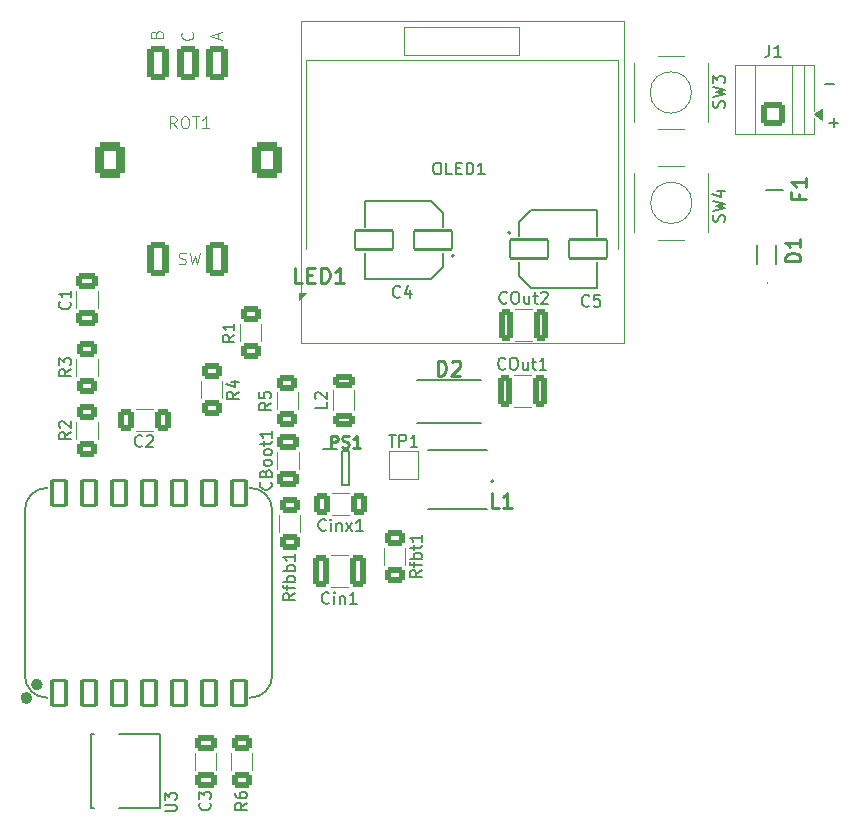
<source format=gbr>
%TF.GenerationSoftware,KiCad,Pcbnew,9.0.6*%
%TF.CreationDate,2026-01-26T20:42:43+01:00*%
%TF.ProjectId,hw,68772e6b-6963-4616-945f-706362585858,rev?*%
%TF.SameCoordinates,Original*%
%TF.FileFunction,Legend,Top*%
%TF.FilePolarity,Positive*%
%FSLAX46Y46*%
G04 Gerber Fmt 4.6, Leading zero omitted, Abs format (unit mm)*
G04 Created by KiCad (PCBNEW 9.0.6) date 2026-01-26 20:42:43*
%MOMM*%
%LPD*%
G01*
G04 APERTURE LIST*
G04 Aperture macros list*
%AMRoundRect*
0 Rectangle with rounded corners*
0 $1 Rounding radius*
0 $2 $3 $4 $5 $6 $7 $8 $9 X,Y pos of 4 corners*
0 Add a 4 corners polygon primitive as box body*
4,1,4,$2,$3,$4,$5,$6,$7,$8,$9,$2,$3,0*
0 Add four circle primitives for the rounded corners*
1,1,$1+$1,$2,$3*
1,1,$1+$1,$4,$5*
1,1,$1+$1,$6,$7*
1,1,$1+$1,$8,$9*
0 Add four rect primitives between the rounded corners*
20,1,$1+$1,$2,$3,$4,$5,0*
20,1,$1+$1,$4,$5,$6,$7,0*
20,1,$1+$1,$6,$7,$8,$9,0*
20,1,$1+$1,$8,$9,$2,$3,0*%
G04 Aperture macros list end*
%ADD10C,0.150000*%
%ADD11C,0.250000*%
%ADD12C,0.254000*%
%ADD13C,0.100000*%
%ADD14C,0.127000*%
%ADD15C,0.200000*%
%ADD16C,0.120000*%
%ADD17C,0.504000*%
%ADD18C,0.152400*%
%ADD19RoundRect,0.102000X-1.600000X-0.800000X1.600000X-0.800000X1.600000X0.800000X-1.600000X0.800000X0*%
%ADD20R,1.200000X0.600000*%
%ADD21RoundRect,0.250000X-0.625000X0.400000X-0.625000X-0.400000X0.625000X-0.400000X0.625000X0.400000X0*%
%ADD22RoundRect,0.250000X0.650000X-0.412500X0.650000X0.412500X-0.650000X0.412500X-0.650000X-0.412500X0*%
%ADD23RoundRect,0.250000X0.412500X0.650000X-0.412500X0.650000X-0.412500X-0.650000X0.412500X-0.650000X0*%
%ADD24RoundRect,0.250000X0.412500X1.100000X-0.412500X1.100000X-0.412500X-1.100000X0.412500X-1.100000X0*%
%ADD25RoundRect,0.250000X0.625000X-0.400000X0.625000X0.400000X-0.625000X0.400000X-0.625000X-0.400000X0*%
%ADD26RoundRect,0.152400X-0.609600X1.063600X-0.609600X-1.063600X0.609600X-1.063600X0.609600X1.063600X0*%
%ADD27RoundRect,0.152400X0.609600X-1.063600X0.609600X1.063600X-0.609600X1.063600X-0.609600X-1.063600X0*%
%ADD28C,1.700000*%
%ADD29R,1.500000X4.000000*%
%ADD30RoundRect,0.250000X0.750000X-0.750000X0.750000X0.750000X-0.750000X0.750000X-0.750000X-0.750000X0*%
%ADD31C,2.000000*%
%ADD32RoundRect,0.250000X0.700000X-0.362500X0.700000X0.362500X-0.700000X0.362500X-0.700000X-0.362500X0*%
%ADD33C,1.473200*%
%ADD34RoundRect,0.250000X-0.325000X-1.100000X0.325000X-1.100000X0.325000X1.100000X-0.325000X1.100000X0*%
%ADD35O,1.600000X2.000000*%
%ADD36R,1.200000X0.850000*%
%ADD37RoundRect,0.102000X1.600000X0.800000X-1.600000X0.800000X-1.600000X-0.800000X1.600000X-0.800000X0*%
%ADD38R,2.000000X2.000000*%
%ADD39C,2.300000*%
%ADD40R,1.700000X0.750000*%
%ADD41RoundRect,0.270000X-0.630000X-1.180000X0.630000X-1.180000X0.630000X1.180000X-0.630000X1.180000X0*%
%ADD42RoundRect,0.375000X-0.875000X-1.125000X0.875000X-1.125000X0.875000X1.125000X-0.875000X1.125000X0*%
%ADD43R,2.200000X2.150000*%
%ADD44R,1.820000X1.160000*%
G04 APERTURE END LIST*
D10*
X185502779Y-60702866D02*
X186264684Y-60702866D01*
X185883779Y-64004866D02*
X186645684Y-64004866D01*
X186264731Y-64385819D02*
X186264731Y-63623914D01*
X165568333Y-79480580D02*
X165520714Y-79528200D01*
X165520714Y-79528200D02*
X165377857Y-79575819D01*
X165377857Y-79575819D02*
X165282619Y-79575819D01*
X165282619Y-79575819D02*
X165139762Y-79528200D01*
X165139762Y-79528200D02*
X165044524Y-79432961D01*
X165044524Y-79432961D02*
X164996905Y-79337723D01*
X164996905Y-79337723D02*
X164949286Y-79147247D01*
X164949286Y-79147247D02*
X164949286Y-79004390D01*
X164949286Y-79004390D02*
X164996905Y-78813914D01*
X164996905Y-78813914D02*
X165044524Y-78718676D01*
X165044524Y-78718676D02*
X165139762Y-78623438D01*
X165139762Y-78623438D02*
X165282619Y-78575819D01*
X165282619Y-78575819D02*
X165377857Y-78575819D01*
X165377857Y-78575819D02*
X165520714Y-78623438D01*
X165520714Y-78623438D02*
X165568333Y-78671057D01*
X166473095Y-78575819D02*
X165996905Y-78575819D01*
X165996905Y-78575819D02*
X165949286Y-79052009D01*
X165949286Y-79052009D02*
X165996905Y-79004390D01*
X165996905Y-79004390D02*
X166092143Y-78956771D01*
X166092143Y-78956771D02*
X166330238Y-78956771D01*
X166330238Y-78956771D02*
X166425476Y-79004390D01*
X166425476Y-79004390D02*
X166473095Y-79052009D01*
X166473095Y-79052009D02*
X166520714Y-79147247D01*
X166520714Y-79147247D02*
X166520714Y-79385342D01*
X166520714Y-79385342D02*
X166473095Y-79480580D01*
X166473095Y-79480580D02*
X166425476Y-79528200D01*
X166425476Y-79528200D02*
X166330238Y-79575819D01*
X166330238Y-79575819D02*
X166092143Y-79575819D01*
X166092143Y-79575819D02*
X165996905Y-79528200D01*
X165996905Y-79528200D02*
X165949286Y-79480580D01*
D11*
X143692714Y-91508619D02*
X143692714Y-90508619D01*
X143692714Y-90508619D02*
X144073666Y-90508619D01*
X144073666Y-90508619D02*
X144168904Y-90556238D01*
X144168904Y-90556238D02*
X144216523Y-90603857D01*
X144216523Y-90603857D02*
X144264142Y-90699095D01*
X144264142Y-90699095D02*
X144264142Y-90841952D01*
X144264142Y-90841952D02*
X144216523Y-90937190D01*
X144216523Y-90937190D02*
X144168904Y-90984809D01*
X144168904Y-90984809D02*
X144073666Y-91032428D01*
X144073666Y-91032428D02*
X143692714Y-91032428D01*
X144645095Y-91461000D02*
X144787952Y-91508619D01*
X144787952Y-91508619D02*
X145026047Y-91508619D01*
X145026047Y-91508619D02*
X145121285Y-91461000D01*
X145121285Y-91461000D02*
X145168904Y-91413380D01*
X145168904Y-91413380D02*
X145216523Y-91318142D01*
X145216523Y-91318142D02*
X145216523Y-91222904D01*
X145216523Y-91222904D02*
X145168904Y-91127666D01*
X145168904Y-91127666D02*
X145121285Y-91080047D01*
X145121285Y-91080047D02*
X145026047Y-91032428D01*
X145026047Y-91032428D02*
X144835571Y-90984809D01*
X144835571Y-90984809D02*
X144740333Y-90937190D01*
X144740333Y-90937190D02*
X144692714Y-90889571D01*
X144692714Y-90889571D02*
X144645095Y-90794333D01*
X144645095Y-90794333D02*
X144645095Y-90699095D01*
X144645095Y-90699095D02*
X144692714Y-90603857D01*
X144692714Y-90603857D02*
X144740333Y-90556238D01*
X144740333Y-90556238D02*
X144835571Y-90508619D01*
X144835571Y-90508619D02*
X145073666Y-90508619D01*
X145073666Y-90508619D02*
X145216523Y-90556238D01*
X146168904Y-91508619D02*
X145597476Y-91508619D01*
X145883190Y-91508619D02*
X145883190Y-90508619D01*
X145883190Y-90508619D02*
X145787952Y-90651476D01*
X145787952Y-90651476D02*
X145692714Y-90746714D01*
X145692714Y-90746714D02*
X145597476Y-90794333D01*
D10*
X135888819Y-86780666D02*
X135412628Y-87113999D01*
X135888819Y-87352094D02*
X134888819Y-87352094D01*
X134888819Y-87352094D02*
X134888819Y-86971142D01*
X134888819Y-86971142D02*
X134936438Y-86875904D01*
X134936438Y-86875904D02*
X134984057Y-86828285D01*
X134984057Y-86828285D02*
X135079295Y-86780666D01*
X135079295Y-86780666D02*
X135222152Y-86780666D01*
X135222152Y-86780666D02*
X135317390Y-86828285D01*
X135317390Y-86828285D02*
X135365009Y-86875904D01*
X135365009Y-86875904D02*
X135412628Y-86971142D01*
X135412628Y-86971142D02*
X135412628Y-87352094D01*
X135222152Y-85923523D02*
X135888819Y-85923523D01*
X134841200Y-86161618D02*
X135555485Y-86399713D01*
X135555485Y-86399713D02*
X135555485Y-85780666D01*
X133455580Y-121578666D02*
X133503200Y-121626285D01*
X133503200Y-121626285D02*
X133550819Y-121769142D01*
X133550819Y-121769142D02*
X133550819Y-121864380D01*
X133550819Y-121864380D02*
X133503200Y-122007237D01*
X133503200Y-122007237D02*
X133407961Y-122102475D01*
X133407961Y-122102475D02*
X133312723Y-122150094D01*
X133312723Y-122150094D02*
X133122247Y-122197713D01*
X133122247Y-122197713D02*
X132979390Y-122197713D01*
X132979390Y-122197713D02*
X132788914Y-122150094D01*
X132788914Y-122150094D02*
X132693676Y-122102475D01*
X132693676Y-122102475D02*
X132598438Y-122007237D01*
X132598438Y-122007237D02*
X132550819Y-121864380D01*
X132550819Y-121864380D02*
X132550819Y-121769142D01*
X132550819Y-121769142D02*
X132598438Y-121626285D01*
X132598438Y-121626285D02*
X132646057Y-121578666D01*
X132550819Y-121245332D02*
X132550819Y-120626285D01*
X132550819Y-120626285D02*
X132931771Y-120959618D01*
X132931771Y-120959618D02*
X132931771Y-120816761D01*
X132931771Y-120816761D02*
X132979390Y-120721523D01*
X132979390Y-120721523D02*
X133027009Y-120673904D01*
X133027009Y-120673904D02*
X133122247Y-120626285D01*
X133122247Y-120626285D02*
X133360342Y-120626285D01*
X133360342Y-120626285D02*
X133455580Y-120673904D01*
X133455580Y-120673904D02*
X133503200Y-120721523D01*
X133503200Y-120721523D02*
X133550819Y-120816761D01*
X133550819Y-120816761D02*
X133550819Y-121102475D01*
X133550819Y-121102475D02*
X133503200Y-121197713D01*
X133503200Y-121197713D02*
X133455580Y-121245332D01*
X127722333Y-91363580D02*
X127674714Y-91411200D01*
X127674714Y-91411200D02*
X127531857Y-91458819D01*
X127531857Y-91458819D02*
X127436619Y-91458819D01*
X127436619Y-91458819D02*
X127293762Y-91411200D01*
X127293762Y-91411200D02*
X127198524Y-91315961D01*
X127198524Y-91315961D02*
X127150905Y-91220723D01*
X127150905Y-91220723D02*
X127103286Y-91030247D01*
X127103286Y-91030247D02*
X127103286Y-90887390D01*
X127103286Y-90887390D02*
X127150905Y-90696914D01*
X127150905Y-90696914D02*
X127198524Y-90601676D01*
X127198524Y-90601676D02*
X127293762Y-90506438D01*
X127293762Y-90506438D02*
X127436619Y-90458819D01*
X127436619Y-90458819D02*
X127531857Y-90458819D01*
X127531857Y-90458819D02*
X127674714Y-90506438D01*
X127674714Y-90506438D02*
X127722333Y-90554057D01*
X128103286Y-90554057D02*
X128150905Y-90506438D01*
X128150905Y-90506438D02*
X128246143Y-90458819D01*
X128246143Y-90458819D02*
X128484238Y-90458819D01*
X128484238Y-90458819D02*
X128579476Y-90506438D01*
X128579476Y-90506438D02*
X128627095Y-90554057D01*
X128627095Y-90554057D02*
X128674714Y-90649295D01*
X128674714Y-90649295D02*
X128674714Y-90744533D01*
X128674714Y-90744533D02*
X128627095Y-90887390D01*
X128627095Y-90887390D02*
X128055667Y-91458819D01*
X128055667Y-91458819D02*
X128674714Y-91458819D01*
X143541857Y-104640580D02*
X143494238Y-104688200D01*
X143494238Y-104688200D02*
X143351381Y-104735819D01*
X143351381Y-104735819D02*
X143256143Y-104735819D01*
X143256143Y-104735819D02*
X143113286Y-104688200D01*
X143113286Y-104688200D02*
X143018048Y-104592961D01*
X143018048Y-104592961D02*
X142970429Y-104497723D01*
X142970429Y-104497723D02*
X142922810Y-104307247D01*
X142922810Y-104307247D02*
X142922810Y-104164390D01*
X142922810Y-104164390D02*
X142970429Y-103973914D01*
X142970429Y-103973914D02*
X143018048Y-103878676D01*
X143018048Y-103878676D02*
X143113286Y-103783438D01*
X143113286Y-103783438D02*
X143256143Y-103735819D01*
X143256143Y-103735819D02*
X143351381Y-103735819D01*
X143351381Y-103735819D02*
X143494238Y-103783438D01*
X143494238Y-103783438D02*
X143541857Y-103831057D01*
X143970429Y-104735819D02*
X143970429Y-104069152D01*
X143970429Y-103735819D02*
X143922810Y-103783438D01*
X143922810Y-103783438D02*
X143970429Y-103831057D01*
X143970429Y-103831057D02*
X144018048Y-103783438D01*
X144018048Y-103783438D02*
X143970429Y-103735819D01*
X143970429Y-103735819D02*
X143970429Y-103831057D01*
X144446619Y-104069152D02*
X144446619Y-104735819D01*
X144446619Y-104164390D02*
X144494238Y-104116771D01*
X144494238Y-104116771D02*
X144589476Y-104069152D01*
X144589476Y-104069152D02*
X144732333Y-104069152D01*
X144732333Y-104069152D02*
X144827571Y-104116771D01*
X144827571Y-104116771D02*
X144875190Y-104212009D01*
X144875190Y-104212009D02*
X144875190Y-104735819D01*
X145875190Y-104735819D02*
X145303762Y-104735819D01*
X145589476Y-104735819D02*
X145589476Y-103735819D01*
X145589476Y-103735819D02*
X145494238Y-103878676D01*
X145494238Y-103878676D02*
X145399000Y-103973914D01*
X145399000Y-103973914D02*
X145303762Y-104021533D01*
X121687819Y-84875666D02*
X121211628Y-85208999D01*
X121687819Y-85447094D02*
X120687819Y-85447094D01*
X120687819Y-85447094D02*
X120687819Y-85066142D01*
X120687819Y-85066142D02*
X120735438Y-84970904D01*
X120735438Y-84970904D02*
X120783057Y-84923285D01*
X120783057Y-84923285D02*
X120878295Y-84875666D01*
X120878295Y-84875666D02*
X121021152Y-84875666D01*
X121021152Y-84875666D02*
X121116390Y-84923285D01*
X121116390Y-84923285D02*
X121164009Y-84970904D01*
X121164009Y-84970904D02*
X121211628Y-85066142D01*
X121211628Y-85066142D02*
X121211628Y-85447094D01*
X120687819Y-84542332D02*
X120687819Y-83923285D01*
X120687819Y-83923285D02*
X121068771Y-84256618D01*
X121068771Y-84256618D02*
X121068771Y-84113761D01*
X121068771Y-84113761D02*
X121116390Y-84018523D01*
X121116390Y-84018523D02*
X121164009Y-83970904D01*
X121164009Y-83970904D02*
X121259247Y-83923285D01*
X121259247Y-83923285D02*
X121497342Y-83923285D01*
X121497342Y-83923285D02*
X121592580Y-83970904D01*
X121592580Y-83970904D02*
X121640200Y-84018523D01*
X121640200Y-84018523D02*
X121687819Y-84113761D01*
X121687819Y-84113761D02*
X121687819Y-84399475D01*
X121687819Y-84399475D02*
X121640200Y-84494713D01*
X121640200Y-84494713D02*
X121592580Y-84542332D01*
X121572580Y-79160666D02*
X121620200Y-79208285D01*
X121620200Y-79208285D02*
X121667819Y-79351142D01*
X121667819Y-79351142D02*
X121667819Y-79446380D01*
X121667819Y-79446380D02*
X121620200Y-79589237D01*
X121620200Y-79589237D02*
X121524961Y-79684475D01*
X121524961Y-79684475D02*
X121429723Y-79732094D01*
X121429723Y-79732094D02*
X121239247Y-79779713D01*
X121239247Y-79779713D02*
X121096390Y-79779713D01*
X121096390Y-79779713D02*
X120905914Y-79732094D01*
X120905914Y-79732094D02*
X120810676Y-79684475D01*
X120810676Y-79684475D02*
X120715438Y-79589237D01*
X120715438Y-79589237D02*
X120667819Y-79446380D01*
X120667819Y-79446380D02*
X120667819Y-79351142D01*
X120667819Y-79351142D02*
X120715438Y-79208285D01*
X120715438Y-79208285D02*
X120763057Y-79160666D01*
X121667819Y-78208285D02*
X121667819Y-78779713D01*
X121667819Y-78493999D02*
X120667819Y-78493999D01*
X120667819Y-78493999D02*
X120810676Y-78589237D01*
X120810676Y-78589237D02*
X120905914Y-78684475D01*
X120905914Y-78684475D02*
X120953533Y-78779713D01*
X138628819Y-87714666D02*
X138152628Y-88047999D01*
X138628819Y-88286094D02*
X137628819Y-88286094D01*
X137628819Y-88286094D02*
X137628819Y-87905142D01*
X137628819Y-87905142D02*
X137676438Y-87809904D01*
X137676438Y-87809904D02*
X137724057Y-87762285D01*
X137724057Y-87762285D02*
X137819295Y-87714666D01*
X137819295Y-87714666D02*
X137962152Y-87714666D01*
X137962152Y-87714666D02*
X138057390Y-87762285D01*
X138057390Y-87762285D02*
X138105009Y-87809904D01*
X138105009Y-87809904D02*
X138152628Y-87905142D01*
X138152628Y-87905142D02*
X138152628Y-88286094D01*
X137628819Y-86809904D02*
X137628819Y-87286094D01*
X137628819Y-87286094D02*
X138105009Y-87333713D01*
X138105009Y-87333713D02*
X138057390Y-87286094D01*
X138057390Y-87286094D02*
X138009771Y-87190856D01*
X138009771Y-87190856D02*
X138009771Y-86952761D01*
X138009771Y-86952761D02*
X138057390Y-86857523D01*
X138057390Y-86857523D02*
X138105009Y-86809904D01*
X138105009Y-86809904D02*
X138200247Y-86762285D01*
X138200247Y-86762285D02*
X138438342Y-86762285D01*
X138438342Y-86762285D02*
X138533580Y-86809904D01*
X138533580Y-86809904D02*
X138581200Y-86857523D01*
X138581200Y-86857523D02*
X138628819Y-86952761D01*
X138628819Y-86952761D02*
X138628819Y-87190856D01*
X138628819Y-87190856D02*
X138581200Y-87286094D01*
X138581200Y-87286094D02*
X138533580Y-87333713D01*
X176987200Y-62719332D02*
X177034819Y-62576475D01*
X177034819Y-62576475D02*
X177034819Y-62338380D01*
X177034819Y-62338380D02*
X176987200Y-62243142D01*
X176987200Y-62243142D02*
X176939580Y-62195523D01*
X176939580Y-62195523D02*
X176844342Y-62147904D01*
X176844342Y-62147904D02*
X176749104Y-62147904D01*
X176749104Y-62147904D02*
X176653866Y-62195523D01*
X176653866Y-62195523D02*
X176606247Y-62243142D01*
X176606247Y-62243142D02*
X176558628Y-62338380D01*
X176558628Y-62338380D02*
X176511009Y-62528856D01*
X176511009Y-62528856D02*
X176463390Y-62624094D01*
X176463390Y-62624094D02*
X176415771Y-62671713D01*
X176415771Y-62671713D02*
X176320533Y-62719332D01*
X176320533Y-62719332D02*
X176225295Y-62719332D01*
X176225295Y-62719332D02*
X176130057Y-62671713D01*
X176130057Y-62671713D02*
X176082438Y-62624094D01*
X176082438Y-62624094D02*
X176034819Y-62528856D01*
X176034819Y-62528856D02*
X176034819Y-62290761D01*
X176034819Y-62290761D02*
X176082438Y-62147904D01*
X176034819Y-61814570D02*
X177034819Y-61576475D01*
X177034819Y-61576475D02*
X176320533Y-61385999D01*
X176320533Y-61385999D02*
X177034819Y-61195523D01*
X177034819Y-61195523D02*
X176034819Y-60957428D01*
X176034819Y-60671713D02*
X176034819Y-60052666D01*
X176034819Y-60052666D02*
X176415771Y-60385999D01*
X176415771Y-60385999D02*
X176415771Y-60243142D01*
X176415771Y-60243142D02*
X176463390Y-60147904D01*
X176463390Y-60147904D02*
X176511009Y-60100285D01*
X176511009Y-60100285D02*
X176606247Y-60052666D01*
X176606247Y-60052666D02*
X176844342Y-60052666D01*
X176844342Y-60052666D02*
X176939580Y-60100285D01*
X176939580Y-60100285D02*
X176987200Y-60147904D01*
X176987200Y-60147904D02*
X177034819Y-60243142D01*
X177034819Y-60243142D02*
X177034819Y-60528856D01*
X177034819Y-60528856D02*
X176987200Y-60624094D01*
X176987200Y-60624094D02*
X176939580Y-60671713D01*
D12*
X157903333Y-96586318D02*
X157298571Y-96586318D01*
X157298571Y-96586318D02*
X157298571Y-95316318D01*
X158991905Y-96586318D02*
X158266190Y-96586318D01*
X158629047Y-96586318D02*
X158629047Y-95316318D01*
X158629047Y-95316318D02*
X158508095Y-95497746D01*
X158508095Y-95497746D02*
X158387143Y-95618699D01*
X158387143Y-95618699D02*
X158266190Y-95679175D01*
D10*
X180818666Y-57411819D02*
X180818666Y-58126104D01*
X180818666Y-58126104D02*
X180771047Y-58268961D01*
X180771047Y-58268961D02*
X180675809Y-58364200D01*
X180675809Y-58364200D02*
X180532952Y-58411819D01*
X180532952Y-58411819D02*
X180437714Y-58411819D01*
X181818666Y-58411819D02*
X181247238Y-58411819D01*
X181532952Y-58411819D02*
X181532952Y-57411819D01*
X181532952Y-57411819D02*
X181437714Y-57554676D01*
X181437714Y-57554676D02*
X181342476Y-57649914D01*
X181342476Y-57649914D02*
X181247238Y-57697533D01*
X143334819Y-87669666D02*
X143334819Y-88145856D01*
X143334819Y-88145856D02*
X142334819Y-88145856D01*
X142430057Y-87383951D02*
X142382438Y-87336332D01*
X142382438Y-87336332D02*
X142334819Y-87241094D01*
X142334819Y-87241094D02*
X142334819Y-87002999D01*
X142334819Y-87002999D02*
X142382438Y-86907761D01*
X142382438Y-86907761D02*
X142430057Y-86860142D01*
X142430057Y-86860142D02*
X142525295Y-86812523D01*
X142525295Y-86812523D02*
X142620533Y-86812523D01*
X142620533Y-86812523D02*
X142763390Y-86860142D01*
X142763390Y-86860142D02*
X143334819Y-87431570D01*
X143334819Y-87431570D02*
X143334819Y-86812523D01*
X151382819Y-101901476D02*
X150906628Y-102234809D01*
X151382819Y-102472904D02*
X150382819Y-102472904D01*
X150382819Y-102472904D02*
X150382819Y-102091952D01*
X150382819Y-102091952D02*
X150430438Y-101996714D01*
X150430438Y-101996714D02*
X150478057Y-101949095D01*
X150478057Y-101949095D02*
X150573295Y-101901476D01*
X150573295Y-101901476D02*
X150716152Y-101901476D01*
X150716152Y-101901476D02*
X150811390Y-101949095D01*
X150811390Y-101949095D02*
X150859009Y-101996714D01*
X150859009Y-101996714D02*
X150906628Y-102091952D01*
X150906628Y-102091952D02*
X150906628Y-102472904D01*
X150716152Y-101615761D02*
X150716152Y-101234809D01*
X151382819Y-101472904D02*
X150525676Y-101472904D01*
X150525676Y-101472904D02*
X150430438Y-101425285D01*
X150430438Y-101425285D02*
X150382819Y-101330047D01*
X150382819Y-101330047D02*
X150382819Y-101234809D01*
X151382819Y-100901475D02*
X150382819Y-100901475D01*
X150763771Y-100901475D02*
X150716152Y-100806237D01*
X150716152Y-100806237D02*
X150716152Y-100615761D01*
X150716152Y-100615761D02*
X150763771Y-100520523D01*
X150763771Y-100520523D02*
X150811390Y-100472904D01*
X150811390Y-100472904D02*
X150906628Y-100425285D01*
X150906628Y-100425285D02*
X151192342Y-100425285D01*
X151192342Y-100425285D02*
X151287580Y-100472904D01*
X151287580Y-100472904D02*
X151335200Y-100520523D01*
X151335200Y-100520523D02*
X151382819Y-100615761D01*
X151382819Y-100615761D02*
X151382819Y-100806237D01*
X151382819Y-100806237D02*
X151335200Y-100901475D01*
X150716152Y-100139570D02*
X150716152Y-99758618D01*
X150382819Y-99996713D02*
X151239961Y-99996713D01*
X151239961Y-99996713D02*
X151335200Y-99949094D01*
X151335200Y-99949094D02*
X151382819Y-99853856D01*
X151382819Y-99853856D02*
X151382819Y-99758618D01*
X151382819Y-98901475D02*
X151382819Y-99472903D01*
X151382819Y-99187189D02*
X150382819Y-99187189D01*
X150382819Y-99187189D02*
X150525676Y-99282427D01*
X150525676Y-99282427D02*
X150620914Y-99377665D01*
X150620914Y-99377665D02*
X150668533Y-99472903D01*
X136598819Y-121578666D02*
X136122628Y-121911999D01*
X136598819Y-122150094D02*
X135598819Y-122150094D01*
X135598819Y-122150094D02*
X135598819Y-121769142D01*
X135598819Y-121769142D02*
X135646438Y-121673904D01*
X135646438Y-121673904D02*
X135694057Y-121626285D01*
X135694057Y-121626285D02*
X135789295Y-121578666D01*
X135789295Y-121578666D02*
X135932152Y-121578666D01*
X135932152Y-121578666D02*
X136027390Y-121626285D01*
X136027390Y-121626285D02*
X136075009Y-121673904D01*
X136075009Y-121673904D02*
X136122628Y-121769142D01*
X136122628Y-121769142D02*
X136122628Y-122150094D01*
X135598819Y-120721523D02*
X135598819Y-120911999D01*
X135598819Y-120911999D02*
X135646438Y-121007237D01*
X135646438Y-121007237D02*
X135694057Y-121054856D01*
X135694057Y-121054856D02*
X135836914Y-121150094D01*
X135836914Y-121150094D02*
X136027390Y-121197713D01*
X136027390Y-121197713D02*
X136408342Y-121197713D01*
X136408342Y-121197713D02*
X136503580Y-121150094D01*
X136503580Y-121150094D02*
X136551200Y-121102475D01*
X136551200Y-121102475D02*
X136598819Y-121007237D01*
X136598819Y-121007237D02*
X136598819Y-120816761D01*
X136598819Y-120816761D02*
X136551200Y-120721523D01*
X136551200Y-120721523D02*
X136503580Y-120673904D01*
X136503580Y-120673904D02*
X136408342Y-120626285D01*
X136408342Y-120626285D02*
X136170247Y-120626285D01*
X136170247Y-120626285D02*
X136075009Y-120673904D01*
X136075009Y-120673904D02*
X136027390Y-120721523D01*
X136027390Y-120721523D02*
X135979771Y-120816761D01*
X135979771Y-120816761D02*
X135979771Y-121007237D01*
X135979771Y-121007237D02*
X136027390Y-121102475D01*
X136027390Y-121102475D02*
X136075009Y-121150094D01*
X136075009Y-121150094D02*
X136170247Y-121197713D01*
X129629819Y-122300904D02*
X130439342Y-122300904D01*
X130439342Y-122300904D02*
X130534580Y-122253285D01*
X130534580Y-122253285D02*
X130582200Y-122205666D01*
X130582200Y-122205666D02*
X130629819Y-122110428D01*
X130629819Y-122110428D02*
X130629819Y-121919952D01*
X130629819Y-121919952D02*
X130582200Y-121824714D01*
X130582200Y-121824714D02*
X130534580Y-121777095D01*
X130534580Y-121777095D02*
X130439342Y-121729476D01*
X130439342Y-121729476D02*
X129629819Y-121729476D01*
X129629819Y-121348523D02*
X129629819Y-120729476D01*
X129629819Y-120729476D02*
X130010771Y-121062809D01*
X130010771Y-121062809D02*
X130010771Y-120919952D01*
X130010771Y-120919952D02*
X130058390Y-120824714D01*
X130058390Y-120824714D02*
X130106009Y-120777095D01*
X130106009Y-120777095D02*
X130201247Y-120729476D01*
X130201247Y-120729476D02*
X130439342Y-120729476D01*
X130439342Y-120729476D02*
X130534580Y-120777095D01*
X130534580Y-120777095D02*
X130582200Y-120824714D01*
X130582200Y-120824714D02*
X130629819Y-120919952D01*
X130629819Y-120919952D02*
X130629819Y-121205666D01*
X130629819Y-121205666D02*
X130582200Y-121300904D01*
X130582200Y-121300904D02*
X130534580Y-121348523D01*
X158464428Y-84800580D02*
X158416809Y-84848200D01*
X158416809Y-84848200D02*
X158273952Y-84895819D01*
X158273952Y-84895819D02*
X158178714Y-84895819D01*
X158178714Y-84895819D02*
X158035857Y-84848200D01*
X158035857Y-84848200D02*
X157940619Y-84752961D01*
X157940619Y-84752961D02*
X157893000Y-84657723D01*
X157893000Y-84657723D02*
X157845381Y-84467247D01*
X157845381Y-84467247D02*
X157845381Y-84324390D01*
X157845381Y-84324390D02*
X157893000Y-84133914D01*
X157893000Y-84133914D02*
X157940619Y-84038676D01*
X157940619Y-84038676D02*
X158035857Y-83943438D01*
X158035857Y-83943438D02*
X158178714Y-83895819D01*
X158178714Y-83895819D02*
X158273952Y-83895819D01*
X158273952Y-83895819D02*
X158416809Y-83943438D01*
X158416809Y-83943438D02*
X158464428Y-83991057D01*
X159083476Y-83895819D02*
X159273952Y-83895819D01*
X159273952Y-83895819D02*
X159369190Y-83943438D01*
X159369190Y-83943438D02*
X159464428Y-84038676D01*
X159464428Y-84038676D02*
X159512047Y-84229152D01*
X159512047Y-84229152D02*
X159512047Y-84562485D01*
X159512047Y-84562485D02*
X159464428Y-84752961D01*
X159464428Y-84752961D02*
X159369190Y-84848200D01*
X159369190Y-84848200D02*
X159273952Y-84895819D01*
X159273952Y-84895819D02*
X159083476Y-84895819D01*
X159083476Y-84895819D02*
X158988238Y-84848200D01*
X158988238Y-84848200D02*
X158893000Y-84752961D01*
X158893000Y-84752961D02*
X158845381Y-84562485D01*
X158845381Y-84562485D02*
X158845381Y-84229152D01*
X158845381Y-84229152D02*
X158893000Y-84038676D01*
X158893000Y-84038676D02*
X158988238Y-83943438D01*
X158988238Y-83943438D02*
X159083476Y-83895819D01*
X160369190Y-84229152D02*
X160369190Y-84895819D01*
X159940619Y-84229152D02*
X159940619Y-84752961D01*
X159940619Y-84752961D02*
X159988238Y-84848200D01*
X159988238Y-84848200D02*
X160083476Y-84895819D01*
X160083476Y-84895819D02*
X160226333Y-84895819D01*
X160226333Y-84895819D02*
X160321571Y-84848200D01*
X160321571Y-84848200D02*
X160369190Y-84800580D01*
X160702524Y-84229152D02*
X161083476Y-84229152D01*
X160845381Y-83895819D02*
X160845381Y-84752961D01*
X160845381Y-84752961D02*
X160893000Y-84848200D01*
X160893000Y-84848200D02*
X160988238Y-84895819D01*
X160988238Y-84895819D02*
X161083476Y-84895819D01*
X161940619Y-84895819D02*
X161369191Y-84895819D01*
X161654905Y-84895819D02*
X161654905Y-83895819D01*
X161654905Y-83895819D02*
X161559667Y-84038676D01*
X161559667Y-84038676D02*
X161464429Y-84133914D01*
X161464429Y-84133914D02*
X161369191Y-84181533D01*
X152617428Y-67376819D02*
X152807904Y-67376819D01*
X152807904Y-67376819D02*
X152903142Y-67424438D01*
X152903142Y-67424438D02*
X152998380Y-67519676D01*
X152998380Y-67519676D02*
X153045999Y-67710152D01*
X153045999Y-67710152D02*
X153045999Y-68043485D01*
X153045999Y-68043485D02*
X152998380Y-68233961D01*
X152998380Y-68233961D02*
X152903142Y-68329200D01*
X152903142Y-68329200D02*
X152807904Y-68376819D01*
X152807904Y-68376819D02*
X152617428Y-68376819D01*
X152617428Y-68376819D02*
X152522190Y-68329200D01*
X152522190Y-68329200D02*
X152426952Y-68233961D01*
X152426952Y-68233961D02*
X152379333Y-68043485D01*
X152379333Y-68043485D02*
X152379333Y-67710152D01*
X152379333Y-67710152D02*
X152426952Y-67519676D01*
X152426952Y-67519676D02*
X152522190Y-67424438D01*
X152522190Y-67424438D02*
X152617428Y-67376819D01*
X153950761Y-68376819D02*
X153474571Y-68376819D01*
X153474571Y-68376819D02*
X153474571Y-67376819D01*
X154284095Y-67853009D02*
X154617428Y-67853009D01*
X154760285Y-68376819D02*
X154284095Y-68376819D01*
X154284095Y-68376819D02*
X154284095Y-67376819D01*
X154284095Y-67376819D02*
X154760285Y-67376819D01*
X155188857Y-68376819D02*
X155188857Y-67376819D01*
X155188857Y-67376819D02*
X155426952Y-67376819D01*
X155426952Y-67376819D02*
X155569809Y-67424438D01*
X155569809Y-67424438D02*
X155665047Y-67519676D01*
X155665047Y-67519676D02*
X155712666Y-67614914D01*
X155712666Y-67614914D02*
X155760285Y-67805390D01*
X155760285Y-67805390D02*
X155760285Y-67948247D01*
X155760285Y-67948247D02*
X155712666Y-68138723D01*
X155712666Y-68138723D02*
X155665047Y-68233961D01*
X155665047Y-68233961D02*
X155569809Y-68329200D01*
X155569809Y-68329200D02*
X155426952Y-68376819D01*
X155426952Y-68376819D02*
X155188857Y-68376819D01*
X156712666Y-68376819D02*
X156141238Y-68376819D01*
X156426952Y-68376819D02*
X156426952Y-67376819D01*
X156426952Y-67376819D02*
X156331714Y-67519676D01*
X156331714Y-67519676D02*
X156236476Y-67614914D01*
X156236476Y-67614914D02*
X156141238Y-67662533D01*
D12*
X183454318Y-75740381D02*
X182184318Y-75740381D01*
X182184318Y-75740381D02*
X182184318Y-75438000D01*
X182184318Y-75438000D02*
X182244794Y-75256571D01*
X182244794Y-75256571D02*
X182365746Y-75135619D01*
X182365746Y-75135619D02*
X182486699Y-75075142D01*
X182486699Y-75075142D02*
X182728603Y-75014666D01*
X182728603Y-75014666D02*
X182910032Y-75014666D01*
X182910032Y-75014666D02*
X183151937Y-75075142D01*
X183151937Y-75075142D02*
X183272889Y-75135619D01*
X183272889Y-75135619D02*
X183393842Y-75256571D01*
X183393842Y-75256571D02*
X183454318Y-75438000D01*
X183454318Y-75438000D02*
X183454318Y-75740381D01*
X183454318Y-73805142D02*
X183454318Y-74530857D01*
X183454318Y-74168000D02*
X182184318Y-74168000D01*
X182184318Y-74168000D02*
X182365746Y-74288952D01*
X182365746Y-74288952D02*
X182486699Y-74409904D01*
X182486699Y-74409904D02*
X182547175Y-74530857D01*
D10*
X149566333Y-78718580D02*
X149518714Y-78766200D01*
X149518714Y-78766200D02*
X149375857Y-78813819D01*
X149375857Y-78813819D02*
X149280619Y-78813819D01*
X149280619Y-78813819D02*
X149137762Y-78766200D01*
X149137762Y-78766200D02*
X149042524Y-78670961D01*
X149042524Y-78670961D02*
X148994905Y-78575723D01*
X148994905Y-78575723D02*
X148947286Y-78385247D01*
X148947286Y-78385247D02*
X148947286Y-78242390D01*
X148947286Y-78242390D02*
X148994905Y-78051914D01*
X148994905Y-78051914D02*
X149042524Y-77956676D01*
X149042524Y-77956676D02*
X149137762Y-77861438D01*
X149137762Y-77861438D02*
X149280619Y-77813819D01*
X149280619Y-77813819D02*
X149375857Y-77813819D01*
X149375857Y-77813819D02*
X149518714Y-77861438D01*
X149518714Y-77861438D02*
X149566333Y-77909057D01*
X150423476Y-78147152D02*
X150423476Y-78813819D01*
X150185381Y-77766200D02*
X149947286Y-78480485D01*
X149947286Y-78480485D02*
X150566333Y-78480485D01*
X176987200Y-72371332D02*
X177034819Y-72228475D01*
X177034819Y-72228475D02*
X177034819Y-71990380D01*
X177034819Y-71990380D02*
X176987200Y-71895142D01*
X176987200Y-71895142D02*
X176939580Y-71847523D01*
X176939580Y-71847523D02*
X176844342Y-71799904D01*
X176844342Y-71799904D02*
X176749104Y-71799904D01*
X176749104Y-71799904D02*
X176653866Y-71847523D01*
X176653866Y-71847523D02*
X176606247Y-71895142D01*
X176606247Y-71895142D02*
X176558628Y-71990380D01*
X176558628Y-71990380D02*
X176511009Y-72180856D01*
X176511009Y-72180856D02*
X176463390Y-72276094D01*
X176463390Y-72276094D02*
X176415771Y-72323713D01*
X176415771Y-72323713D02*
X176320533Y-72371332D01*
X176320533Y-72371332D02*
X176225295Y-72371332D01*
X176225295Y-72371332D02*
X176130057Y-72323713D01*
X176130057Y-72323713D02*
X176082438Y-72276094D01*
X176082438Y-72276094D02*
X176034819Y-72180856D01*
X176034819Y-72180856D02*
X176034819Y-71942761D01*
X176034819Y-71942761D02*
X176082438Y-71799904D01*
X176034819Y-71466570D02*
X177034819Y-71228475D01*
X177034819Y-71228475D02*
X176320533Y-71037999D01*
X176320533Y-71037999D02*
X177034819Y-70847523D01*
X177034819Y-70847523D02*
X176034819Y-70609428D01*
X176368152Y-69799904D02*
X177034819Y-69799904D01*
X175987200Y-70037999D02*
X176701485Y-70276094D01*
X176701485Y-70276094D02*
X176701485Y-69657047D01*
X148598095Y-90420819D02*
X149169523Y-90420819D01*
X148883809Y-91420819D02*
X148883809Y-90420819D01*
X149502857Y-91420819D02*
X149502857Y-90420819D01*
X149502857Y-90420819D02*
X149883809Y-90420819D01*
X149883809Y-90420819D02*
X149979047Y-90468438D01*
X149979047Y-90468438D02*
X150026666Y-90516057D01*
X150026666Y-90516057D02*
X150074285Y-90611295D01*
X150074285Y-90611295D02*
X150074285Y-90754152D01*
X150074285Y-90754152D02*
X150026666Y-90849390D01*
X150026666Y-90849390D02*
X149979047Y-90897009D01*
X149979047Y-90897009D02*
X149883809Y-90944628D01*
X149883809Y-90944628D02*
X149502857Y-90944628D01*
X151026666Y-91420819D02*
X150455238Y-91420819D01*
X150740952Y-91420819D02*
X150740952Y-90420819D01*
X150740952Y-90420819D02*
X150645714Y-90563676D01*
X150645714Y-90563676D02*
X150550476Y-90658914D01*
X150550476Y-90658914D02*
X150455238Y-90706533D01*
D12*
X141286809Y-77536318D02*
X140682047Y-77536318D01*
X140682047Y-77536318D02*
X140682047Y-76266318D01*
X141710142Y-76871080D02*
X142133476Y-76871080D01*
X142314904Y-77536318D02*
X141710142Y-77536318D01*
X141710142Y-77536318D02*
X141710142Y-76266318D01*
X141710142Y-76266318D02*
X142314904Y-76266318D01*
X142859190Y-77536318D02*
X142859190Y-76266318D01*
X142859190Y-76266318D02*
X143161571Y-76266318D01*
X143161571Y-76266318D02*
X143343000Y-76326794D01*
X143343000Y-76326794D02*
X143463952Y-76447746D01*
X143463952Y-76447746D02*
X143524429Y-76568699D01*
X143524429Y-76568699D02*
X143584905Y-76810603D01*
X143584905Y-76810603D02*
X143584905Y-76992032D01*
X143584905Y-76992032D02*
X143524429Y-77233937D01*
X143524429Y-77233937D02*
X143463952Y-77354889D01*
X143463952Y-77354889D02*
X143343000Y-77475842D01*
X143343000Y-77475842D02*
X143161571Y-77536318D01*
X143161571Y-77536318D02*
X142859190Y-77536318D01*
X144794429Y-77536318D02*
X144068714Y-77536318D01*
X144431571Y-77536318D02*
X144431571Y-76266318D01*
X144431571Y-76266318D02*
X144310619Y-76447746D01*
X144310619Y-76447746D02*
X144189667Y-76568699D01*
X144189667Y-76568699D02*
X144068714Y-76629175D01*
D13*
X130627571Y-64465419D02*
X130294238Y-63989228D01*
X130056143Y-64465419D02*
X130056143Y-63465419D01*
X130056143Y-63465419D02*
X130437095Y-63465419D01*
X130437095Y-63465419D02*
X130532333Y-63513038D01*
X130532333Y-63513038D02*
X130579952Y-63560657D01*
X130579952Y-63560657D02*
X130627571Y-63655895D01*
X130627571Y-63655895D02*
X130627571Y-63798752D01*
X130627571Y-63798752D02*
X130579952Y-63893990D01*
X130579952Y-63893990D02*
X130532333Y-63941609D01*
X130532333Y-63941609D02*
X130437095Y-63989228D01*
X130437095Y-63989228D02*
X130056143Y-63989228D01*
X131246619Y-63465419D02*
X131437095Y-63465419D01*
X131437095Y-63465419D02*
X131532333Y-63513038D01*
X131532333Y-63513038D02*
X131627571Y-63608276D01*
X131627571Y-63608276D02*
X131675190Y-63798752D01*
X131675190Y-63798752D02*
X131675190Y-64132085D01*
X131675190Y-64132085D02*
X131627571Y-64322561D01*
X131627571Y-64322561D02*
X131532333Y-64417800D01*
X131532333Y-64417800D02*
X131437095Y-64465419D01*
X131437095Y-64465419D02*
X131246619Y-64465419D01*
X131246619Y-64465419D02*
X131151381Y-64417800D01*
X131151381Y-64417800D02*
X131056143Y-64322561D01*
X131056143Y-64322561D02*
X131008524Y-64132085D01*
X131008524Y-64132085D02*
X131008524Y-63798752D01*
X131008524Y-63798752D02*
X131056143Y-63608276D01*
X131056143Y-63608276D02*
X131151381Y-63513038D01*
X131151381Y-63513038D02*
X131246619Y-63465419D01*
X131960905Y-63465419D02*
X132532333Y-63465419D01*
X132246619Y-64465419D02*
X132246619Y-63465419D01*
X133389476Y-64465419D02*
X132818048Y-64465419D01*
X133103762Y-64465419D02*
X133103762Y-63465419D01*
X133103762Y-63465419D02*
X133008524Y-63608276D01*
X133008524Y-63608276D02*
X132913286Y-63703514D01*
X132913286Y-63703514D02*
X132818048Y-63751133D01*
X134158704Y-56871734D02*
X134158704Y-56395544D01*
X134444419Y-56966972D02*
X133444419Y-56633639D01*
X133444419Y-56633639D02*
X134444419Y-56300306D01*
X131949180Y-56352687D02*
X131996800Y-56400306D01*
X131996800Y-56400306D02*
X132044419Y-56543163D01*
X132044419Y-56543163D02*
X132044419Y-56638401D01*
X132044419Y-56638401D02*
X131996800Y-56781258D01*
X131996800Y-56781258D02*
X131901561Y-56876496D01*
X131901561Y-56876496D02*
X131806323Y-56924115D01*
X131806323Y-56924115D02*
X131615847Y-56971734D01*
X131615847Y-56971734D02*
X131472990Y-56971734D01*
X131472990Y-56971734D02*
X131282514Y-56924115D01*
X131282514Y-56924115D02*
X131187276Y-56876496D01*
X131187276Y-56876496D02*
X131092038Y-56781258D01*
X131092038Y-56781258D02*
X131044419Y-56638401D01*
X131044419Y-56638401D02*
X131044419Y-56543163D01*
X131044419Y-56543163D02*
X131092038Y-56400306D01*
X131092038Y-56400306D02*
X131139657Y-56352687D01*
X130828265Y-75952800D02*
X130971122Y-76000419D01*
X130971122Y-76000419D02*
X131209217Y-76000419D01*
X131209217Y-76000419D02*
X131304455Y-75952800D01*
X131304455Y-75952800D02*
X131352074Y-75905180D01*
X131352074Y-75905180D02*
X131399693Y-75809942D01*
X131399693Y-75809942D02*
X131399693Y-75714704D01*
X131399693Y-75714704D02*
X131352074Y-75619466D01*
X131352074Y-75619466D02*
X131304455Y-75571847D01*
X131304455Y-75571847D02*
X131209217Y-75524228D01*
X131209217Y-75524228D02*
X131018741Y-75476609D01*
X131018741Y-75476609D02*
X130923503Y-75428990D01*
X130923503Y-75428990D02*
X130875884Y-75381371D01*
X130875884Y-75381371D02*
X130828265Y-75286133D01*
X130828265Y-75286133D02*
X130828265Y-75190895D01*
X130828265Y-75190895D02*
X130875884Y-75095657D01*
X130875884Y-75095657D02*
X130923503Y-75048038D01*
X130923503Y-75048038D02*
X131018741Y-75000419D01*
X131018741Y-75000419D02*
X131256836Y-75000419D01*
X131256836Y-75000419D02*
X131399693Y-75048038D01*
X131733027Y-75000419D02*
X131971122Y-76000419D01*
X131971122Y-76000419D02*
X132161598Y-75286133D01*
X132161598Y-75286133D02*
X132352074Y-76000419D01*
X132352074Y-76000419D02*
X132590170Y-75000419D01*
X128920609Y-56490782D02*
X128968228Y-56347925D01*
X128968228Y-56347925D02*
X129015847Y-56300306D01*
X129015847Y-56300306D02*
X129111085Y-56252687D01*
X129111085Y-56252687D02*
X129253942Y-56252687D01*
X129253942Y-56252687D02*
X129349180Y-56300306D01*
X129349180Y-56300306D02*
X129396800Y-56347925D01*
X129396800Y-56347925D02*
X129444419Y-56443163D01*
X129444419Y-56443163D02*
X129444419Y-56824115D01*
X129444419Y-56824115D02*
X128444419Y-56824115D01*
X128444419Y-56824115D02*
X128444419Y-56490782D01*
X128444419Y-56490782D02*
X128492038Y-56395544D01*
X128492038Y-56395544D02*
X128539657Y-56347925D01*
X128539657Y-56347925D02*
X128634895Y-56300306D01*
X128634895Y-56300306D02*
X128730133Y-56300306D01*
X128730133Y-56300306D02*
X128825371Y-56347925D01*
X128825371Y-56347925D02*
X128872990Y-56395544D01*
X128872990Y-56395544D02*
X128920609Y-56490782D01*
X128920609Y-56490782D02*
X128920609Y-56824115D01*
D10*
X138590580Y-94440143D02*
X138638200Y-94487762D01*
X138638200Y-94487762D02*
X138685819Y-94630619D01*
X138685819Y-94630619D02*
X138685819Y-94725857D01*
X138685819Y-94725857D02*
X138638200Y-94868714D01*
X138638200Y-94868714D02*
X138542961Y-94963952D01*
X138542961Y-94963952D02*
X138447723Y-95011571D01*
X138447723Y-95011571D02*
X138257247Y-95059190D01*
X138257247Y-95059190D02*
X138114390Y-95059190D01*
X138114390Y-95059190D02*
X137923914Y-95011571D01*
X137923914Y-95011571D02*
X137828676Y-94963952D01*
X137828676Y-94963952D02*
X137733438Y-94868714D01*
X137733438Y-94868714D02*
X137685819Y-94725857D01*
X137685819Y-94725857D02*
X137685819Y-94630619D01*
X137685819Y-94630619D02*
X137733438Y-94487762D01*
X137733438Y-94487762D02*
X137781057Y-94440143D01*
X138162009Y-93678238D02*
X138209628Y-93535381D01*
X138209628Y-93535381D02*
X138257247Y-93487762D01*
X138257247Y-93487762D02*
X138352485Y-93440143D01*
X138352485Y-93440143D02*
X138495342Y-93440143D01*
X138495342Y-93440143D02*
X138590580Y-93487762D01*
X138590580Y-93487762D02*
X138638200Y-93535381D01*
X138638200Y-93535381D02*
X138685819Y-93630619D01*
X138685819Y-93630619D02*
X138685819Y-94011571D01*
X138685819Y-94011571D02*
X137685819Y-94011571D01*
X137685819Y-94011571D02*
X137685819Y-93678238D01*
X137685819Y-93678238D02*
X137733438Y-93583000D01*
X137733438Y-93583000D02*
X137781057Y-93535381D01*
X137781057Y-93535381D02*
X137876295Y-93487762D01*
X137876295Y-93487762D02*
X137971533Y-93487762D01*
X137971533Y-93487762D02*
X138066771Y-93535381D01*
X138066771Y-93535381D02*
X138114390Y-93583000D01*
X138114390Y-93583000D02*
X138162009Y-93678238D01*
X138162009Y-93678238D02*
X138162009Y-94011571D01*
X138685819Y-92868714D02*
X138638200Y-92963952D01*
X138638200Y-92963952D02*
X138590580Y-93011571D01*
X138590580Y-93011571D02*
X138495342Y-93059190D01*
X138495342Y-93059190D02*
X138209628Y-93059190D01*
X138209628Y-93059190D02*
X138114390Y-93011571D01*
X138114390Y-93011571D02*
X138066771Y-92963952D01*
X138066771Y-92963952D02*
X138019152Y-92868714D01*
X138019152Y-92868714D02*
X138019152Y-92725857D01*
X138019152Y-92725857D02*
X138066771Y-92630619D01*
X138066771Y-92630619D02*
X138114390Y-92583000D01*
X138114390Y-92583000D02*
X138209628Y-92535381D01*
X138209628Y-92535381D02*
X138495342Y-92535381D01*
X138495342Y-92535381D02*
X138590580Y-92583000D01*
X138590580Y-92583000D02*
X138638200Y-92630619D01*
X138638200Y-92630619D02*
X138685819Y-92725857D01*
X138685819Y-92725857D02*
X138685819Y-92868714D01*
X138685819Y-91963952D02*
X138638200Y-92059190D01*
X138638200Y-92059190D02*
X138590580Y-92106809D01*
X138590580Y-92106809D02*
X138495342Y-92154428D01*
X138495342Y-92154428D02*
X138209628Y-92154428D01*
X138209628Y-92154428D02*
X138114390Y-92106809D01*
X138114390Y-92106809D02*
X138066771Y-92059190D01*
X138066771Y-92059190D02*
X138019152Y-91963952D01*
X138019152Y-91963952D02*
X138019152Y-91821095D01*
X138019152Y-91821095D02*
X138066771Y-91725857D01*
X138066771Y-91725857D02*
X138114390Y-91678238D01*
X138114390Y-91678238D02*
X138209628Y-91630619D01*
X138209628Y-91630619D02*
X138495342Y-91630619D01*
X138495342Y-91630619D02*
X138590580Y-91678238D01*
X138590580Y-91678238D02*
X138638200Y-91725857D01*
X138638200Y-91725857D02*
X138685819Y-91821095D01*
X138685819Y-91821095D02*
X138685819Y-91963952D01*
X138019152Y-91344904D02*
X138019152Y-90963952D01*
X137685819Y-91202047D02*
X138542961Y-91202047D01*
X138542961Y-91202047D02*
X138638200Y-91154428D01*
X138638200Y-91154428D02*
X138685819Y-91059190D01*
X138685819Y-91059190D02*
X138685819Y-90963952D01*
X138685819Y-90106809D02*
X138685819Y-90678237D01*
X138685819Y-90392523D02*
X137685819Y-90392523D01*
X137685819Y-90392523D02*
X137828676Y-90487761D01*
X137828676Y-90487761D02*
X137923914Y-90582999D01*
X137923914Y-90582999D02*
X137971533Y-90678237D01*
D12*
X152732618Y-85410318D02*
X152732618Y-84140318D01*
X152732618Y-84140318D02*
X153034999Y-84140318D01*
X153034999Y-84140318D02*
X153216428Y-84200794D01*
X153216428Y-84200794D02*
X153337380Y-84321746D01*
X153337380Y-84321746D02*
X153397857Y-84442699D01*
X153397857Y-84442699D02*
X153458333Y-84684603D01*
X153458333Y-84684603D02*
X153458333Y-84866032D01*
X153458333Y-84866032D02*
X153397857Y-85107937D01*
X153397857Y-85107937D02*
X153337380Y-85228889D01*
X153337380Y-85228889D02*
X153216428Y-85349842D01*
X153216428Y-85349842D02*
X153034999Y-85410318D01*
X153034999Y-85410318D02*
X152732618Y-85410318D01*
X153942142Y-84261270D02*
X154002618Y-84200794D01*
X154002618Y-84200794D02*
X154123571Y-84140318D01*
X154123571Y-84140318D02*
X154425952Y-84140318D01*
X154425952Y-84140318D02*
X154546904Y-84200794D01*
X154546904Y-84200794D02*
X154607380Y-84261270D01*
X154607380Y-84261270D02*
X154667857Y-84382222D01*
X154667857Y-84382222D02*
X154667857Y-84503175D01*
X154667857Y-84503175D02*
X154607380Y-84684603D01*
X154607380Y-84684603D02*
X153881666Y-85410318D01*
X153881666Y-85410318D02*
X154667857Y-85410318D01*
X183297080Y-70019332D02*
X183297080Y-70442666D01*
X183962318Y-70442666D02*
X182692318Y-70442666D01*
X182692318Y-70442666D02*
X182692318Y-69837904D01*
X183962318Y-68688856D02*
X183962318Y-69414571D01*
X183962318Y-69051714D02*
X182692318Y-69051714D01*
X182692318Y-69051714D02*
X182873746Y-69172666D01*
X182873746Y-69172666D02*
X182994699Y-69293618D01*
X182994699Y-69293618D02*
X183055175Y-69414571D01*
D10*
X158591428Y-79212580D02*
X158543809Y-79260200D01*
X158543809Y-79260200D02*
X158400952Y-79307819D01*
X158400952Y-79307819D02*
X158305714Y-79307819D01*
X158305714Y-79307819D02*
X158162857Y-79260200D01*
X158162857Y-79260200D02*
X158067619Y-79164961D01*
X158067619Y-79164961D02*
X158020000Y-79069723D01*
X158020000Y-79069723D02*
X157972381Y-78879247D01*
X157972381Y-78879247D02*
X157972381Y-78736390D01*
X157972381Y-78736390D02*
X158020000Y-78545914D01*
X158020000Y-78545914D02*
X158067619Y-78450676D01*
X158067619Y-78450676D02*
X158162857Y-78355438D01*
X158162857Y-78355438D02*
X158305714Y-78307819D01*
X158305714Y-78307819D02*
X158400952Y-78307819D01*
X158400952Y-78307819D02*
X158543809Y-78355438D01*
X158543809Y-78355438D02*
X158591428Y-78403057D01*
X159210476Y-78307819D02*
X159400952Y-78307819D01*
X159400952Y-78307819D02*
X159496190Y-78355438D01*
X159496190Y-78355438D02*
X159591428Y-78450676D01*
X159591428Y-78450676D02*
X159639047Y-78641152D01*
X159639047Y-78641152D02*
X159639047Y-78974485D01*
X159639047Y-78974485D02*
X159591428Y-79164961D01*
X159591428Y-79164961D02*
X159496190Y-79260200D01*
X159496190Y-79260200D02*
X159400952Y-79307819D01*
X159400952Y-79307819D02*
X159210476Y-79307819D01*
X159210476Y-79307819D02*
X159115238Y-79260200D01*
X159115238Y-79260200D02*
X159020000Y-79164961D01*
X159020000Y-79164961D02*
X158972381Y-78974485D01*
X158972381Y-78974485D02*
X158972381Y-78641152D01*
X158972381Y-78641152D02*
X159020000Y-78450676D01*
X159020000Y-78450676D02*
X159115238Y-78355438D01*
X159115238Y-78355438D02*
X159210476Y-78307819D01*
X160496190Y-78641152D02*
X160496190Y-79307819D01*
X160067619Y-78641152D02*
X160067619Y-79164961D01*
X160067619Y-79164961D02*
X160115238Y-79260200D01*
X160115238Y-79260200D02*
X160210476Y-79307819D01*
X160210476Y-79307819D02*
X160353333Y-79307819D01*
X160353333Y-79307819D02*
X160448571Y-79260200D01*
X160448571Y-79260200D02*
X160496190Y-79212580D01*
X160829524Y-78641152D02*
X161210476Y-78641152D01*
X160972381Y-78307819D02*
X160972381Y-79164961D01*
X160972381Y-79164961D02*
X161020000Y-79260200D01*
X161020000Y-79260200D02*
X161115238Y-79307819D01*
X161115238Y-79307819D02*
X161210476Y-79307819D01*
X161496191Y-78403057D02*
X161543810Y-78355438D01*
X161543810Y-78355438D02*
X161639048Y-78307819D01*
X161639048Y-78307819D02*
X161877143Y-78307819D01*
X161877143Y-78307819D02*
X161972381Y-78355438D01*
X161972381Y-78355438D02*
X162020000Y-78403057D01*
X162020000Y-78403057D02*
X162067619Y-78498295D01*
X162067619Y-78498295D02*
X162067619Y-78593533D01*
X162067619Y-78593533D02*
X162020000Y-78736390D01*
X162020000Y-78736390D02*
X161448572Y-79307819D01*
X161448572Y-79307819D02*
X162067619Y-79307819D01*
X121687819Y-90209666D02*
X121211628Y-90542999D01*
X121687819Y-90781094D02*
X120687819Y-90781094D01*
X120687819Y-90781094D02*
X120687819Y-90400142D01*
X120687819Y-90400142D02*
X120735438Y-90304904D01*
X120735438Y-90304904D02*
X120783057Y-90257285D01*
X120783057Y-90257285D02*
X120878295Y-90209666D01*
X120878295Y-90209666D02*
X121021152Y-90209666D01*
X121021152Y-90209666D02*
X121116390Y-90257285D01*
X121116390Y-90257285D02*
X121164009Y-90304904D01*
X121164009Y-90304904D02*
X121211628Y-90400142D01*
X121211628Y-90400142D02*
X121211628Y-90781094D01*
X120783057Y-89828713D02*
X120735438Y-89781094D01*
X120735438Y-89781094D02*
X120687819Y-89685856D01*
X120687819Y-89685856D02*
X120687819Y-89447761D01*
X120687819Y-89447761D02*
X120735438Y-89352523D01*
X120735438Y-89352523D02*
X120783057Y-89304904D01*
X120783057Y-89304904D02*
X120878295Y-89257285D01*
X120878295Y-89257285D02*
X120973533Y-89257285D01*
X120973533Y-89257285D02*
X121116390Y-89304904D01*
X121116390Y-89304904D02*
X121687819Y-89876332D01*
X121687819Y-89876332D02*
X121687819Y-89257285D01*
X135530819Y-81954666D02*
X135054628Y-82287999D01*
X135530819Y-82526094D02*
X134530819Y-82526094D01*
X134530819Y-82526094D02*
X134530819Y-82145142D01*
X134530819Y-82145142D02*
X134578438Y-82049904D01*
X134578438Y-82049904D02*
X134626057Y-82002285D01*
X134626057Y-82002285D02*
X134721295Y-81954666D01*
X134721295Y-81954666D02*
X134864152Y-81954666D01*
X134864152Y-81954666D02*
X134959390Y-82002285D01*
X134959390Y-82002285D02*
X135007009Y-82049904D01*
X135007009Y-82049904D02*
X135054628Y-82145142D01*
X135054628Y-82145142D02*
X135054628Y-82526094D01*
X135530819Y-81002285D02*
X135530819Y-81573713D01*
X135530819Y-81287999D02*
X134530819Y-81287999D01*
X134530819Y-81287999D02*
X134673676Y-81383237D01*
X134673676Y-81383237D02*
X134768914Y-81478475D01*
X134768914Y-81478475D02*
X134816533Y-81573713D01*
X143264095Y-98475580D02*
X143216476Y-98523200D01*
X143216476Y-98523200D02*
X143073619Y-98570819D01*
X143073619Y-98570819D02*
X142978381Y-98570819D01*
X142978381Y-98570819D02*
X142835524Y-98523200D01*
X142835524Y-98523200D02*
X142740286Y-98427961D01*
X142740286Y-98427961D02*
X142692667Y-98332723D01*
X142692667Y-98332723D02*
X142645048Y-98142247D01*
X142645048Y-98142247D02*
X142645048Y-97999390D01*
X142645048Y-97999390D02*
X142692667Y-97808914D01*
X142692667Y-97808914D02*
X142740286Y-97713676D01*
X142740286Y-97713676D02*
X142835524Y-97618438D01*
X142835524Y-97618438D02*
X142978381Y-97570819D01*
X142978381Y-97570819D02*
X143073619Y-97570819D01*
X143073619Y-97570819D02*
X143216476Y-97618438D01*
X143216476Y-97618438D02*
X143264095Y-97666057D01*
X143692667Y-98570819D02*
X143692667Y-97904152D01*
X143692667Y-97570819D02*
X143645048Y-97618438D01*
X143645048Y-97618438D02*
X143692667Y-97666057D01*
X143692667Y-97666057D02*
X143740286Y-97618438D01*
X143740286Y-97618438D02*
X143692667Y-97570819D01*
X143692667Y-97570819D02*
X143692667Y-97666057D01*
X144168857Y-97904152D02*
X144168857Y-98570819D01*
X144168857Y-97999390D02*
X144216476Y-97951771D01*
X144216476Y-97951771D02*
X144311714Y-97904152D01*
X144311714Y-97904152D02*
X144454571Y-97904152D01*
X144454571Y-97904152D02*
X144549809Y-97951771D01*
X144549809Y-97951771D02*
X144597428Y-98047009D01*
X144597428Y-98047009D02*
X144597428Y-98570819D01*
X144978381Y-98570819D02*
X145502190Y-97904152D01*
X144978381Y-97904152D02*
X145502190Y-98570819D01*
X146406952Y-98570819D02*
X145835524Y-98570819D01*
X146121238Y-98570819D02*
X146121238Y-97570819D01*
X146121238Y-97570819D02*
X146026000Y-97713676D01*
X146026000Y-97713676D02*
X145930762Y-97808914D01*
X145930762Y-97808914D02*
X145835524Y-97856533D01*
X140662819Y-103846143D02*
X140186628Y-104179476D01*
X140662819Y-104417571D02*
X139662819Y-104417571D01*
X139662819Y-104417571D02*
X139662819Y-104036619D01*
X139662819Y-104036619D02*
X139710438Y-103941381D01*
X139710438Y-103941381D02*
X139758057Y-103893762D01*
X139758057Y-103893762D02*
X139853295Y-103846143D01*
X139853295Y-103846143D02*
X139996152Y-103846143D01*
X139996152Y-103846143D02*
X140091390Y-103893762D01*
X140091390Y-103893762D02*
X140139009Y-103941381D01*
X140139009Y-103941381D02*
X140186628Y-104036619D01*
X140186628Y-104036619D02*
X140186628Y-104417571D01*
X139996152Y-103560428D02*
X139996152Y-103179476D01*
X140662819Y-103417571D02*
X139805676Y-103417571D01*
X139805676Y-103417571D02*
X139710438Y-103369952D01*
X139710438Y-103369952D02*
X139662819Y-103274714D01*
X139662819Y-103274714D02*
X139662819Y-103179476D01*
X140662819Y-102846142D02*
X139662819Y-102846142D01*
X140043771Y-102846142D02*
X139996152Y-102750904D01*
X139996152Y-102750904D02*
X139996152Y-102560428D01*
X139996152Y-102560428D02*
X140043771Y-102465190D01*
X140043771Y-102465190D02*
X140091390Y-102417571D01*
X140091390Y-102417571D02*
X140186628Y-102369952D01*
X140186628Y-102369952D02*
X140472342Y-102369952D01*
X140472342Y-102369952D02*
X140567580Y-102417571D01*
X140567580Y-102417571D02*
X140615200Y-102465190D01*
X140615200Y-102465190D02*
X140662819Y-102560428D01*
X140662819Y-102560428D02*
X140662819Y-102750904D01*
X140662819Y-102750904D02*
X140615200Y-102846142D01*
X140662819Y-101941380D02*
X139662819Y-101941380D01*
X140043771Y-101941380D02*
X139996152Y-101846142D01*
X139996152Y-101846142D02*
X139996152Y-101655666D01*
X139996152Y-101655666D02*
X140043771Y-101560428D01*
X140043771Y-101560428D02*
X140091390Y-101512809D01*
X140091390Y-101512809D02*
X140186628Y-101465190D01*
X140186628Y-101465190D02*
X140472342Y-101465190D01*
X140472342Y-101465190D02*
X140567580Y-101512809D01*
X140567580Y-101512809D02*
X140615200Y-101560428D01*
X140615200Y-101560428D02*
X140662819Y-101655666D01*
X140662819Y-101655666D02*
X140662819Y-101846142D01*
X140662819Y-101846142D02*
X140615200Y-101941380D01*
X140662819Y-100512809D02*
X140662819Y-101084237D01*
X140662819Y-100798523D02*
X139662819Y-100798523D01*
X139662819Y-100798523D02*
X139805676Y-100893761D01*
X139805676Y-100893761D02*
X139900914Y-100988999D01*
X139900914Y-100988999D02*
X139948533Y-101084237D01*
D14*
%TO.C,C5*%
X159641000Y-72376000D02*
X159641000Y-73556000D01*
X159641000Y-75796000D02*
X159641000Y-76976000D01*
X159641000Y-76976000D02*
X160641000Y-77976000D01*
X160641000Y-71376000D02*
X159641000Y-72376000D01*
X160641000Y-77976000D02*
X166241000Y-77976000D01*
X166241000Y-71376000D02*
X160641000Y-71376000D01*
X166241000Y-73556000D02*
X166241000Y-71376000D01*
X166241000Y-77976000D02*
X166241000Y-75796000D01*
D15*
X158891000Y-73326000D02*
G75*
G02*
X158691000Y-73326000I-100000J0D01*
G01*
X158691000Y-73326000D02*
G75*
G02*
X158891000Y-73326000I100000J0D01*
G01*
%TO.C,PS1*%
X143057000Y-91618000D02*
X144257000Y-91618000D01*
X144607000Y-91768000D02*
X145207000Y-91768000D01*
X144607000Y-94668000D02*
X144607000Y-91768000D01*
X145207000Y-91768000D02*
X145207000Y-94668000D01*
X145207000Y-94668000D02*
X144607000Y-94668000D01*
D16*
%TO.C,R4*%
X132694000Y-85886936D02*
X132694000Y-87341064D01*
X134514000Y-85886936D02*
X134514000Y-87341064D01*
%TO.C,C3*%
X132186000Y-118821252D02*
X132186000Y-117398748D01*
X134006000Y-118821252D02*
X134006000Y-117398748D01*
%TO.C,C2*%
X128600252Y-88244000D02*
X127177748Y-88244000D01*
X128600252Y-90064000D02*
X127177748Y-90064000D01*
%TO.C,Cin1*%
X145110252Y-100621000D02*
X143687748Y-100621000D01*
X145110252Y-103341000D02*
X143687748Y-103341000D01*
%TO.C,R3*%
X122153000Y-85436064D02*
X122153000Y-83981936D01*
X123973000Y-85436064D02*
X123973000Y-83981936D01*
%TO.C,C1*%
X122153000Y-79705252D02*
X122153000Y-78282748D01*
X123973000Y-79705252D02*
X123973000Y-78282748D01*
%TO.C,R5*%
X139094000Y-88275064D02*
X139094000Y-86820936D01*
X140914000Y-88275064D02*
X140914000Y-86820936D01*
D13*
%TO.C,U1*%
X117779000Y-96819000D02*
X117779000Y-110789000D01*
D14*
X117779000Y-96819000D02*
X117779000Y-110789000D01*
X138734000Y-110789000D02*
X138734000Y-96819000D01*
X117779000Y-96819000D02*
G75*
G02*
X119684000Y-94914000I1905000J0D01*
G01*
X119684000Y-112693999D02*
G75*
G02*
X117779001Y-110789000I2J1905001D01*
G01*
X136829000Y-94914000D02*
G75*
G02*
X138734000Y-96819000I0J-1905000D01*
G01*
X138734000Y-110789000D02*
G75*
G02*
X136829000Y-112694000I-1905001J1D01*
G01*
D17*
X118172000Y-112708000D02*
G75*
G02*
X117668000Y-112708000I-252000J0D01*
G01*
X117668000Y-112708000D02*
G75*
G02*
X118172000Y-112708000I252000J0D01*
G01*
X119052000Y-111565000D02*
G75*
G02*
X118548000Y-111565000I-252000J0D01*
G01*
X118548000Y-111565000D02*
G75*
G02*
X119052000Y-111565000I252000J0D01*
G01*
D16*
%TO.C,SW3*%
X169360000Y-63938000D02*
X169360000Y-58938000D01*
X171380000Y-58318000D02*
X173580000Y-58318000D01*
X173580000Y-64558000D02*
X171380000Y-64558000D01*
X175600000Y-63938000D02*
X175600000Y-58938000D01*
X174230000Y-61438000D02*
G75*
G02*
X170730000Y-61438000I-1750000J0D01*
G01*
X170730000Y-61438000D02*
G75*
G02*
X174230000Y-61438000I1750000J0D01*
G01*
D15*
%TO.C,L1*%
X151922000Y-91734000D02*
X156922000Y-91734000D01*
X156922000Y-96734000D02*
X151922000Y-96734000D01*
X157450000Y-94349000D02*
G75*
G02*
X157252000Y-94349000I-99000J0D01*
G01*
X157252000Y-94349000D02*
G75*
G02*
X157450000Y-94349000I99000J0D01*
G01*
D16*
%TO.C,J1*%
X177903499Y-64936000D02*
X177903500Y-59116000D01*
X177903500Y-59116000D02*
X184643499Y-59116000D01*
X179623500Y-64936001D02*
X179623500Y-59116001D01*
X182723500Y-64936000D02*
X182723499Y-59116001D01*
X183723500Y-64936000D02*
X183723499Y-59116000D01*
X184643499Y-59116000D02*
X184643500Y-62996000D01*
X184643500Y-63596000D02*
X184643500Y-64936000D01*
X184643500Y-64936000D02*
X177903499Y-64936000D01*
X185253500Y-63736000D02*
X184643500Y-63296001D01*
X185253500Y-62856000D01*
X185253500Y-63736000D01*
G36*
X185253500Y-63736000D02*
G01*
X184643500Y-63296001D01*
X185253500Y-62856000D01*
X185253500Y-63736000D01*
G37*
%TO.C,L2*%
X143870000Y-88338242D02*
X143870000Y-86667758D01*
X145690000Y-88338242D02*
X145690000Y-86667758D01*
%TO.C,Rfbt1*%
X148188000Y-99983936D02*
X148188000Y-101438064D01*
X150008000Y-99983936D02*
X150008000Y-101438064D01*
%TO.C,R6*%
X135234000Y-118837064D02*
X135234000Y-117382936D01*
X137054000Y-118837064D02*
X137054000Y-117382936D01*
D18*
%TO.C,U3*%
X123367000Y-115792800D02*
X123367000Y-122041200D01*
X123367000Y-121914200D02*
X123367000Y-115919800D01*
X123367000Y-122041200D02*
X123679980Y-122041200D01*
X123679980Y-115792800D02*
X123367000Y-115792800D01*
X125779980Y-122041200D02*
X129209000Y-122041200D01*
X129209000Y-115792800D02*
X125779980Y-115792800D01*
X129209000Y-122041200D02*
X129209000Y-115792800D01*
D16*
%TO.C,COut1*%
X159181748Y-85381000D02*
X160604252Y-85381000D01*
X159181748Y-88101000D02*
X160604252Y-88101000D01*
%TO.C,OLED1*%
X141146000Y-55368000D02*
X168546000Y-55368000D01*
X141146000Y-82668000D02*
X141146000Y-55368000D01*
X141568000Y-58663000D02*
X164668000Y-58663000D01*
X141568000Y-74668000D02*
X141568000Y-58663000D01*
X149847000Y-55857000D02*
X149847000Y-58270000D01*
X149847000Y-55857000D02*
X159626000Y-55857000D01*
X159626000Y-55857000D02*
X159626000Y-58270000D01*
X159626000Y-58270000D02*
X149847000Y-58270000D01*
X164668000Y-58663000D02*
X167754000Y-58663000D01*
X168008000Y-58651000D02*
X167754000Y-58663000D01*
X168008000Y-74668000D02*
X168008000Y-58651000D01*
X168546000Y-55368000D02*
X168546000Y-82668000D01*
X168546000Y-82668000D02*
X141146000Y-82668000D01*
D15*
%TO.C,D1*%
X179794000Y-75984000D02*
X179794000Y-74384000D01*
D13*
X180594000Y-77484000D02*
X180594000Y-77484000D01*
X180594000Y-77584000D02*
X180594000Y-77584000D01*
D15*
X181394000Y-75984000D02*
X181394000Y-74384000D01*
D13*
X180594000Y-77484000D02*
G75*
G02*
X180594000Y-77584000I0J-50000D01*
G01*
X180594000Y-77584000D02*
G75*
G02*
X180594000Y-77484000I0J50000D01*
G01*
D14*
%TO.C,C4*%
X146560000Y-70614000D02*
X146560000Y-72794000D01*
X146560000Y-75034000D02*
X146560000Y-77214000D01*
X146560000Y-77214000D02*
X152160000Y-77214000D01*
X152160000Y-70614000D02*
X146560000Y-70614000D01*
X152160000Y-77214000D02*
X153160000Y-76214000D01*
X153160000Y-71614000D02*
X152160000Y-70614000D01*
X153160000Y-72794000D02*
X153160000Y-71614000D01*
X153160000Y-76214000D02*
X153160000Y-75034000D01*
D15*
X154110000Y-75264000D02*
G75*
G02*
X153910000Y-75264000I-100000J0D01*
G01*
X153910000Y-75264000D02*
G75*
G02*
X154110000Y-75264000I100000J0D01*
G01*
D16*
%TO.C,SW4*%
X169396000Y-73284000D02*
X169396000Y-68284000D01*
X171416000Y-67664000D02*
X173616000Y-67664000D01*
X173616000Y-73904000D02*
X171416000Y-73904000D01*
X175636000Y-73284000D02*
X175636000Y-68284000D01*
X174266000Y-70784000D02*
G75*
G02*
X170766000Y-70784000I-1750000J0D01*
G01*
X170766000Y-70784000D02*
G75*
G02*
X174266000Y-70784000I1750000J0D01*
G01*
%TO.C,TP1*%
X148660000Y-91764000D02*
X151060000Y-91764000D01*
X148660000Y-94164000D02*
X148660000Y-91764000D01*
X151060000Y-91764000D02*
X151060000Y-94164000D01*
X151060000Y-94164000D02*
X148660000Y-94164000D01*
D13*
%TO.C,LED1*%
X140994000Y-79037000D02*
X140994000Y-78437000D01*
X141594000Y-78437000D01*
X140994000Y-79037000D01*
G36*
X140994000Y-79037000D02*
G01*
X140994000Y-78437000D01*
X141594000Y-78437000D01*
X140994000Y-79037000D01*
G37*
D16*
%TO.C,CBoot1*%
X139171000Y-93294252D02*
X139171000Y-91871748D01*
X140991000Y-93294252D02*
X140991000Y-91871748D01*
D15*
%TO.C,D2*%
X150970000Y-89440000D02*
X156370000Y-89440000D01*
X156370000Y-85820000D02*
X150970000Y-85820000D01*
%TO.C,F1*%
X180504000Y-69723000D02*
X181954000Y-69723000D01*
D16*
%TO.C,COut2*%
X159308748Y-79793000D02*
X160731252Y-79793000D01*
X159308748Y-82513000D02*
X160731252Y-82513000D01*
%TO.C,R2*%
X122153000Y-90770064D02*
X122153000Y-89315936D01*
X123973000Y-90770064D02*
X123973000Y-89315936D01*
%TO.C,R1*%
X135996000Y-82515064D02*
X135996000Y-81060936D01*
X137816000Y-82515064D02*
X137816000Y-81060936D01*
%TO.C,Cinx1*%
X145237252Y-95356000D02*
X143814748Y-95356000D01*
X145237252Y-97176000D02*
X143814748Y-97176000D01*
%TO.C,Rfbb1*%
X139298000Y-98644064D02*
X139298000Y-97189936D01*
X141118000Y-98644064D02*
X141118000Y-97189936D01*
%TD*%
%LPC*%
D19*
%TO.C,C5*%
X160441000Y-74676000D03*
X165441000Y-74676000D03*
%TD*%
D20*
%TO.C,PS1*%
X143657000Y-92268000D03*
X143657000Y-93218000D03*
X143657000Y-94168000D03*
X146157000Y-94168000D03*
X146157000Y-93218000D03*
X146157000Y-92268000D03*
%TD*%
D21*
%TO.C,R4*%
X133604000Y-85064000D03*
X133604000Y-88164000D03*
%TD*%
D22*
%TO.C,C3*%
X133096000Y-119672500D03*
X133096000Y-116547500D03*
%TD*%
D23*
%TO.C,C2*%
X129451500Y-89154000D03*
X126326500Y-89154000D03*
%TD*%
D24*
%TO.C,Cin1*%
X145961500Y-101981000D03*
X142836500Y-101981000D03*
%TD*%
D25*
%TO.C,R3*%
X123063000Y-86259000D03*
X123063000Y-83159000D03*
%TD*%
D22*
%TO.C,C1*%
X123063000Y-80556500D03*
X123063000Y-77431500D03*
%TD*%
D25*
%TO.C,R5*%
X140004000Y-89098000D03*
X140004000Y-85998000D03*
%TD*%
D26*
%TO.C,U1*%
X120700000Y-112259000D03*
X123240000Y-112259000D03*
X125780000Y-112259000D03*
X128320000Y-112259000D03*
X130860000Y-112259000D03*
X133400000Y-112259000D03*
X135940000Y-112259000D03*
D27*
X135940000Y-95349000D03*
X133400000Y-95349000D03*
X130860000Y-95349000D03*
X128320000Y-95349000D03*
X125780000Y-95349000D03*
X123240000Y-95349000D03*
X120700000Y-95349000D03*
%TD*%
D28*
%TO.C,SW3*%
X170230000Y-64688000D03*
X170230000Y-58188000D03*
X174730000Y-64688000D03*
X174730000Y-58188000D03*
%TD*%
D29*
%TO.C,L1*%
X156222000Y-94234000D03*
X152622000Y-94234000D03*
%TD*%
D30*
%TO.C,J1*%
X181123500Y-63296000D03*
D31*
X181123500Y-60756001D03*
%TD*%
D32*
%TO.C,L2*%
X144780000Y-89165500D03*
X144780000Y-85840500D03*
%TD*%
D21*
%TO.C,Rfbt1*%
X149098000Y-99161000D03*
X149098000Y-102261000D03*
%TD*%
D25*
%TO.C,R6*%
X136144000Y-119660000D03*
X136144000Y-116560000D03*
%TD*%
D33*
%TO.C,U3*%
X124789400Y-121457000D03*
X124789400Y-118917000D03*
X124789400Y-116377000D03*
%TD*%
D34*
%TO.C,COut1*%
X158418000Y-86741000D03*
X161368000Y-86741000D03*
%TD*%
D35*
%TO.C,OLED1*%
X150926000Y-57068000D03*
X153466000Y-57068000D03*
X156006000Y-57068000D03*
X158546000Y-57068000D03*
%TD*%
D36*
%TO.C,D1*%
X180594000Y-76709000D03*
X180594000Y-73659000D03*
%TD*%
D37*
%TO.C,C4*%
X152360000Y-73914000D03*
X147360000Y-73914000D03*
%TD*%
D28*
%TO.C,SW4*%
X170266000Y-74034000D03*
X170266000Y-67534000D03*
X174766000Y-74034000D03*
X174766000Y-67534000D03*
%TD*%
D38*
%TO.C,TP1*%
X149860000Y-92964000D03*
%TD*%
D39*
%TO.C,LED1*%
X142494000Y-80137000D03*
D40*
X144994000Y-80137000D03*
X139994000Y-80137000D03*
%TD*%
D41*
%TO.C,ROT1*%
X134072000Y-58928000D03*
X129072000Y-58928000D03*
X131572000Y-58928000D03*
X129072000Y-75528000D03*
X134072000Y-75528000D03*
D42*
X124972000Y-67133400D03*
X138272000Y-67133400D03*
%TD*%
D22*
%TO.C,CBoot1*%
X140081000Y-94145500D03*
X140081000Y-91020500D03*
%TD*%
D43*
%TO.C,D2*%
X151470000Y-87630000D03*
X155870000Y-87630000D03*
%TD*%
D44*
%TO.C,F1*%
X181229000Y-71198000D03*
X181229000Y-68248000D03*
%TD*%
D34*
%TO.C,COut2*%
X158545000Y-81153000D03*
X161495000Y-81153000D03*
%TD*%
D25*
%TO.C,R2*%
X123063000Y-91593000D03*
X123063000Y-88493000D03*
%TD*%
%TO.C,R1*%
X136906000Y-83338000D03*
X136906000Y-80238000D03*
%TD*%
D23*
%TO.C,Cinx1*%
X146088500Y-96266000D03*
X142963500Y-96266000D03*
%TD*%
D25*
%TO.C,Rfbb1*%
X140208000Y-99467000D03*
X140208000Y-96367000D03*
%TD*%
%LPD*%
M02*

</source>
